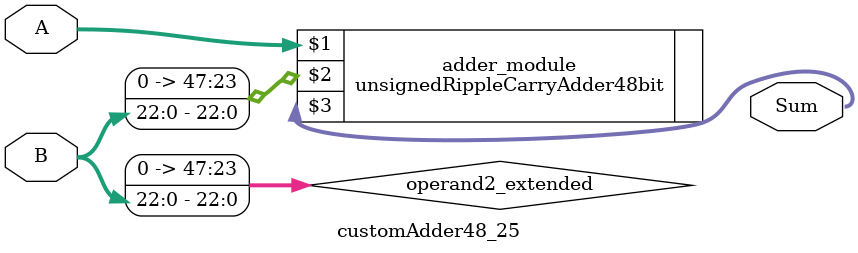
<source format=v>
module customAdder48_25(
                        input [47 : 0] A,
                        input [22 : 0] B,
                        
                        output [48 : 0] Sum
                );

        wire [47 : 0] operand2_extended;
        
        assign operand2_extended =  {25'b0, B};
        
        unsignedRippleCarryAdder48bit adder_module(
            A,
            operand2_extended,
            Sum
        );
        
        endmodule
        
</source>
